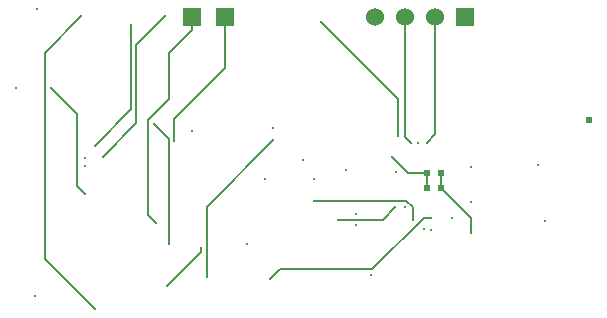
<source format=gbl>
G04 Layer: BottomLayer*
G04 EasyEDA v6.5.34, 2023-10-27 16:27:23*
G04 808af14f2a724accbce3cd49f21b2442,3d03538306d245868c61186af2047e2d,10*
G04 Gerber Generator version 0.2*
G04 Scale: 100 percent, Rotated: No, Reflected: No *
G04 Dimensions in millimeters *
G04 leading zeros omitted , absolute positions ,4 integer and 5 decimal *
%FSLAX45Y45*%
%MOMM*%

%ADD10C,0.2030*%
%ADD11R,1.5748X1.5748*%
%ADD12R,0.5000X0.5000*%
%ADD13R,1.5240X1.5240*%
%ADD14C,1.5240*%
%ADD15C,0.6096*%
%ADD16C,0.3000*%

%LPD*%
D10*
X2121918Y4515639D02*
G01*
X2408201Y4801923D01*
X2408201Y4836264D01*
X2408227Y4836264D01*
X4202203Y5075836D02*
G01*
X4202203Y5182618D01*
X4145815Y5239006D01*
X3368194Y5239006D01*
X2108024Y6801665D02*
G01*
X1862533Y6556174D01*
X1862533Y5893564D01*
X1582295Y5613326D01*
X3573477Y5079596D02*
G01*
X3949829Y5079596D01*
X4055798Y5185564D01*
X4140202Y6794502D02*
G01*
X4140202Y5778705D01*
X4190621Y5728286D01*
X4394202Y6794502D02*
G01*
X4394202Y5801972D01*
X4320034Y5727804D01*
X1137820Y6195976D02*
G01*
X1360324Y5973472D01*
X1360324Y5364457D01*
X1431673Y5293108D01*
X4353689Y5092651D02*
G01*
X4294583Y5092651D01*
X3860116Y4658184D01*
X3075815Y4658184D01*
X2992020Y4574390D01*
X2139165Y4875405D02*
G01*
X2139139Y4875405D01*
X2139139Y5760087D01*
X2007974Y5891253D01*
X2185570Y5748886D02*
G01*
X2185596Y5748886D01*
X2185596Y5932731D01*
X2447317Y6194452D01*
X2447317Y6194452D02*
G01*
X2616202Y6363337D01*
X2616202Y6794502D01*
X2336802Y6794502D02*
G01*
X2336802Y6685257D01*
X2336802Y6685257D02*
G01*
X2140206Y6488661D01*
X2140206Y6099050D01*
X2140206Y6099050D02*
G01*
X1961898Y5920742D01*
X1961898Y5117289D01*
X2031723Y5047465D01*
X1397688Y6802020D02*
G01*
X1087478Y6491810D01*
X1087478Y4748456D01*
X1510413Y4325520D01*
X3426335Y6752059D02*
G01*
X4077185Y6101209D01*
X4077185Y5788433D01*
X2461668Y4597402D02*
G01*
X2461668Y5187444D01*
X3023618Y5749394D01*
X4321507Y5470197D02*
G01*
X4321507Y5350207D01*
X4321507Y5470197D02*
G01*
X4164307Y5470197D01*
X4026435Y5608068D01*
X4441497Y5470197D02*
G01*
X4441497Y5350207D01*
X4699154Y4961994D02*
G01*
X4699154Y5092550D01*
X4441497Y5350207D01*
X1816889Y6730977D02*
G01*
X1816864Y6730977D01*
X1816864Y6014671D01*
X1508787Y5706595D01*
D11*
G01*
X2616200Y6794500D03*
G01*
X2336800Y6794500D03*
D12*
G01*
X5699201Y5923991D03*
D13*
G01*
X4648200Y6794500D03*
D14*
G01*
X4394200Y6794500D03*
G01*
X4140200Y6794500D03*
G01*
X3886200Y6794500D03*
D15*
G01*
X4321505Y5350205D03*
G01*
X4441494Y5350205D03*
G01*
X4441494Y5470194D03*
G01*
X4321505Y5470194D03*
D16*
G01*
X3272894Y5586580D03*
G01*
X3020951Y5850765D03*
G01*
X1816889Y6730977D03*
G01*
X1508787Y5706595D03*
G01*
X4699154Y4961994D03*
G01*
X4026435Y5608068D03*
G01*
X2461668Y4597402D03*
G01*
X3023618Y5749394D03*
G01*
X4534131Y5092677D03*
G01*
X4077185Y5788433D03*
G01*
X3426335Y6752059D03*
G01*
X5322420Y5066388D03*
G01*
X1397688Y6802020D03*
G01*
X1510413Y4325520D03*
G01*
X4295091Y4998824D03*
G01*
X2031723Y5047465D03*
G01*
X2140206Y6099050D03*
G01*
X5261510Y5537634D03*
G01*
X4697224Y5232427D03*
G01*
X4135605Y5184701D03*
G01*
X3368017Y5419422D03*
G01*
X2447317Y6194452D03*
G01*
X2185570Y5748886D03*
G01*
X2139165Y4875405D03*
G01*
X2007974Y5891253D03*
G01*
X2330198Y5831486D03*
G01*
X2801876Y4872560D03*
G01*
X2992020Y4574390D03*
G01*
X4353689Y5092651D03*
G01*
X1137820Y6195976D03*
G01*
X1431673Y5293108D03*
G01*
X4700196Y5527245D03*
G01*
X1006655Y4434512D03*
G01*
X4320034Y5727804D03*
G01*
X4246730Y5727473D03*
G01*
X1017602Y6863006D03*
G01*
X4190621Y5728286D03*
G01*
X4055798Y5185564D03*
G01*
X3573477Y5079596D03*
G01*
X4064993Y5485208D03*
G01*
X3725496Y5031031D03*
G01*
X2108024Y6801665D03*
G01*
X1582295Y5613326D03*
G01*
X4354680Y4993921D03*
G01*
X3847543Y4612566D03*
G01*
X845720Y6195291D03*
G01*
X1428015Y5599102D03*
G01*
X2956130Y5421835D03*
G01*
X1431444Y5536008D03*
G01*
X3368194Y5239006D03*
G01*
X4202203Y5075836D03*
G01*
X2121918Y4515639D03*
G01*
X2408227Y4836264D03*
G01*
X3725496Y5128287D03*
G01*
X3633650Y5499254D03*
M02*

</source>
